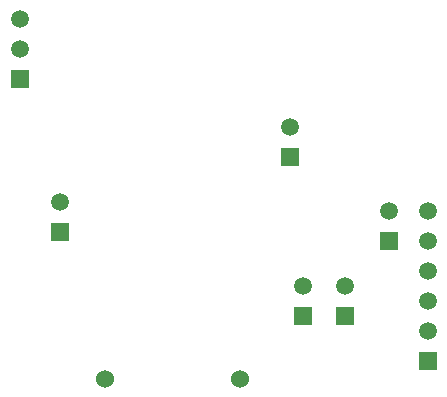
<source format=gbr>
%TF.GenerationSoftware,Altium Limited,Altium Designer,19.1.5 (86)*%
G04 Layer_Color=255*
%FSLAX26Y26*%
%MOIN*%
%TF.FileFunction,Pads,Bot*%
%TF.Part,Single*%
G01*
G75*
%TA.AperFunction,ComponentPad*%
%ADD37R,0.059055X0.059055*%
%ADD38C,0.059055*%
%ADD39C,0.060000*%
D37*
X4265000Y2270000D02*
D03*
X4595000Y1990000D02*
D03*
X4450000Y1740000D02*
D03*
X4310000D02*
D03*
X3365000Y2530000D02*
D03*
X3500000Y2020000D02*
D03*
X4725000Y1590000D02*
D03*
D38*
X4265000Y2370000D02*
D03*
X4595000Y2090000D02*
D03*
X4450000Y1840000D02*
D03*
X4310000D02*
D03*
X3365000Y2630000D02*
D03*
Y2730000D02*
D03*
X3500000Y2120000D02*
D03*
X4725000Y1690000D02*
D03*
Y1790000D02*
D03*
Y1890000D02*
D03*
Y1990000D02*
D03*
Y2090000D02*
D03*
D39*
X3650000Y1530000D02*
D03*
X4100787D02*
D03*
%TF.MD5,24b5a71c7e285437a4cf631bb04b5ecc*%
M02*

</source>
